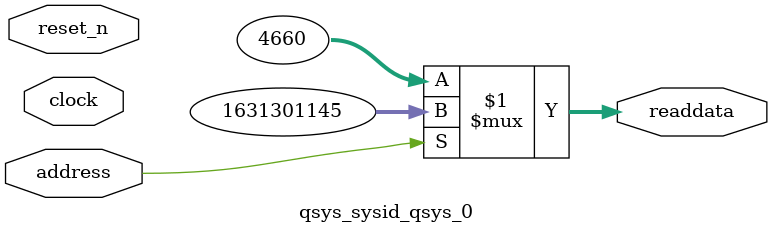
<source format=v>

`timescale 1ns / 1ps
// synthesis translate_on

// turn off superfluous verilog processor warnings 
// altera message_level Level1 
// altera message_off 10034 10035 10036 10037 10230 10240 10030 

module qsys_sysid_qsys_0 (
               // inputs:
                address,
                clock,
                reset_n,

               // outputs:
                readdata
             )
;

  output  [ 31: 0] readdata;
  input            address;
  input            clock;
  input            reset_n;

  wire    [ 31: 0] readdata;
  //control_slave, which is an e_avalon_slave
  assign readdata = address ? 1631301145 : 4660;

endmodule




</source>
